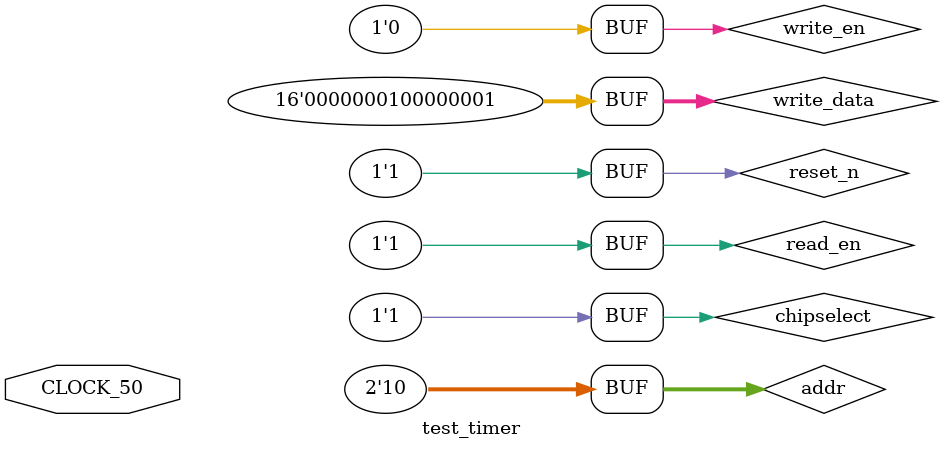
<source format=sv>
`default_nettype none

module test_timer(input var logic CLOCK_50);

logic [1:0] addr;
logic [15:0] write_data;
logic write_en;
logic read_en;
logic reset_n;
logic chipselect;
logic [15:0] read_data;
logic irq;

Timer timer(
  addr,
  write_data,
  write_en,
  read_en,
  CLOCK_50,
  reset_n,
  chipselect,
  read_data,
  irq
);

// Memory Map of Peripheral
// 0: [16:0] Timer Count
// 1: [16:0] Timer Period
// 2: [16:0] Control Register: {Prescale[7:0], 5'h0, IRQ enable, Reload, Run}
// 3: [16:0] Status Register: {14'h0, IRQ, Running}

initial begin
  addr = 0;
  write_data = 0;
  write_en = 0;
  read_en = 0;
  reset_n = 0;
  chipselect = 0;

  #25 addr = 2'd1;
  reset_n = 1'b1;

  #25 write_data = 16'h0055;
  write_en = 1'b1;
  chipselect = 1'b1;

  #25 write_en = 1'b0;
  read_en = 1'b1;

  // ensure did not start

  #225 addr = 2'd2;
  write_data = 16'h0101;
  write_en = 1'b1;

  #25 write_en = 1'b0;

end
endmodule

</source>
